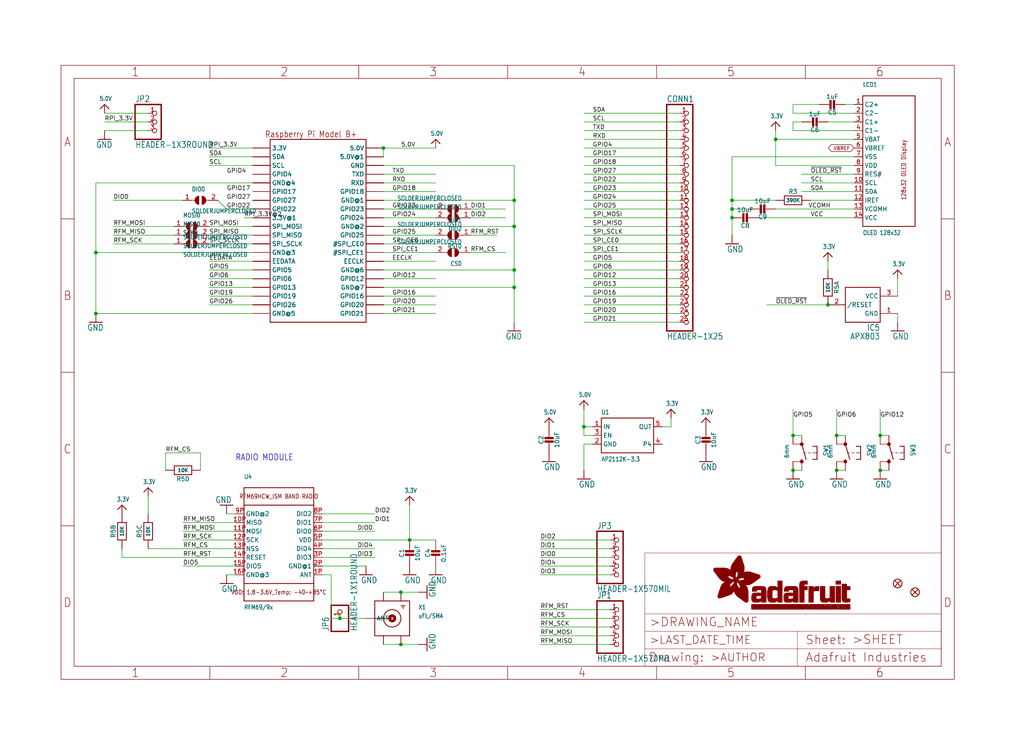
<source format=kicad_sch>
(kicad_sch (version 20211123) (generator eeschema)
  (paper "User" 298.45 217.881)
  (lib_symbols
    (symbol "eagleSchem-eagle-import:3.3V" (power)
      (property "Value" "3.3V" (at -1.524 1.016 0))
      (symbol "3.3V_1_0"
        (pin power_in line (at 0 -2.54 90) (length 2.54) (name "3.3V") (number "1"))
      )
    )
    (symbol "eagleSchem-eagle-import:5.0V" (power)
      (property "Value" "5.0V" (at -1.524 1.016 0))
      (symbol "5.0V_1_0"
        (pin power_in line (at 0 -2.54 90) (length 2.54) (name "5.0V") (number "1"))
      )
    )
    (symbol "eagleSchem-eagle-import:AXP083-SAG"
      (property "Reference" "IC" (at -5.08 -7.62 0))
      (property "Value" "AXP083-SAG" (at -5.08 -10.16 0))
      (symbol "AXP083-SAG_1_0"
        (pin power_in line (at -10.16 -2.54 0) (length 5.08) (name "GND") (number "1"))
        (pin output line (at 10.16 0 180) (length 5.08) (name "/RESET") (number "2"))
        (pin power_in line (at -10.16 2.54 0) (length 5.08) (name "VCC") (number "3"))
      )
    )
    (symbol "eagleSchem-eagle-import:CAP_CERAMIC0603_NO"
      (property "Reference" "C" (at -2.29 1.25 90))
      (property "Value" "CAP_CERAMIC0603_NO" (at 2.3 1.25 90))
      (symbol "CAP_CERAMIC0603_NO_1_0"
        (pin passive line (at 0 5.08 270) (length 2.54) (name "1") (number "1"))
        (pin passive line (at 0 -2.54 90) (length 2.54) (name "2") (number "2"))
      )
    )
    (symbol "eagleSchem-eagle-import:CAP_CERAMIC0805-NOOUTLINE"
      (property "Reference" "C" (at -2.29 1.25 90))
      (property "Value" "CAP_CERAMIC0805-NOOUTLINE" (at 2.3 1.25 90))
      (symbol "CAP_CERAMIC0805-NOOUTLINE_1_0"
        (pin passive line (at 0 5.08 270) (length 2.54) (name "1") (number "1"))
        (pin passive line (at 0 -2.54 90) (length 2.54) (name "2") (number "2"))
      )
    )
    (symbol "eagleSchem-eagle-import:DISP_OLED_UG-2832HSWEG02"
      (property "Reference" "LCD" (at -7.62 22.86 0))
      (property "Value" "DISP_OLED_UG-2832HSWEG02" (at -7.62 -20.32 0))
      (symbol "DISP_OLED_UG-2832HSWEG02_1_0"
        (text "128x32 OLED Display" (at 5.08 -10.16 900) (effects (font (size 1.27 1.0795)) (justify left bottom)))
        (pin bidirectional line (at -10.16 17.78 0) (length 2.54) (name "C2+") (number "1"))
        (pin bidirectional line (at -10.16 -5.08 0) (length 2.54) (name "SCL") (number "10"))
        (pin bidirectional line (at -10.16 -7.62 0) (length 2.54) (name "SDA") (number "11"))
        (pin bidirectional line (at -10.16 -10.16 0) (length 2.54) (name "IREF") (number "12"))
        (pin power_in line (at -10.16 -12.7 0) (length 2.54) (name "VCOMH") (number "13"))
        (pin power_in line (at -10.16 -15.24 0) (length 2.54) (name "VCC") (number "14"))
        (pin bidirectional line (at -10.16 15.24 0) (length 2.54) (name "C2-") (number "2"))
        (pin bidirectional line (at -10.16 12.7 0) (length 2.54) (name "C1+") (number "3"))
        (pin bidirectional line (at -10.16 10.16 0) (length 2.54) (name "C1-") (number "4"))
        (pin power_in line (at -10.16 7.62 0) (length 2.54) (name "VBAT") (number "5"))
        (pin power_in line (at -10.16 5.08 0) (length 2.54) (name "VBREF") (number "6"))
        (pin power_in line (at -10.16 2.54 0) (length 2.54) (name "VSS") (number "7"))
        (pin power_in line (at -10.16 0 0) (length 2.54) (name "VDD") (number "8"))
        (pin bidirectional line (at -10.16 -2.54 0) (length 2.54) (name "RES#") (number "9"))
      )
    )
    (symbol "eagleSchem-eagle-import:FIDUCIAL_1MM")
    (symbol "eagleSchem-eagle-import:FRAME_A4_ADAFRUIT"
      (symbol "FRAME_A4_ADAFRUIT_1_0"
        (text "1" (at 21.6958 1.905 0) (effects (font (size 2.54 2.286))))
        (text "1" (at 21.6958 177.165 0) (effects (font (size 2.54 2.286))))
        (text "2" (at 65.0875 1.905 0) (effects (font (size 2.54 2.286))))
        (text "2" (at 65.0875 177.165 0) (effects (font (size 2.54 2.286))))
        (text "3" (at 108.4792 1.905 0) (effects (font (size 2.54 2.286))))
        (text "3" (at 108.4792 177.165 0) (effects (font (size 2.54 2.286))))
        (text "4" (at 151.8708 1.905 0) (effects (font (size 2.54 2.286))))
        (text "4" (at 151.8708 177.165 0) (effects (font (size 2.54 2.286))))
        (text "5" (at 195.2625 1.905 0) (effects (font (size 2.54 2.286))))
        (text "5" (at 195.2625 177.165 0) (effects (font (size 2.54 2.286))))
        (text "6" (at 238.6542 1.905 0) (effects (font (size 2.54 2.286))))
        (text "6" (at 238.6542 177.165 0) (effects (font (size 2.54 2.286))))
        (text ">AUTHOR" (at 189.23 5.08 0) (effects (font (size 2.286 2.286)) (justify left bottom)))
        (text ">DRAWING_NAME" (at 171.45 15.24 0) (effects (font (size 2.54 2.54)) (justify left bottom)))
        (text ">LAST_DATE_TIME" (at 171.45 10.16 0) (effects (font (size 2.286 2.286)) (justify left bottom)))
        (text ">SHEET" (at 230.505 10.16 0) (effects (font (size 2.54 2.54)) (justify left bottom)))
        (text "A" (at 1.905 156.6863 0) (effects (font (size 2.54 2.286))))
        (text "A" (at 258.445 156.6863 0) (effects (font (size 2.54 2.286))))
        (text "Adafruit Industries" (at 216.916 4.953 0) (effects (font (size 2.54 2.54)) (justify left bottom)))
        (text "B" (at 1.905 111.9188 0) (effects (font (size 2.54 2.286))))
        (text "B" (at 258.445 111.9188 0) (effects (font (size 2.54 2.286))))
        (text "C" (at 1.905 67.1513 0) (effects (font (size 2.54 2.286))))
        (text "C" (at 258.445 67.1513 0) (effects (font (size 2.54 2.286))))
        (text "D" (at 1.905 22.3838 0) (effects (font (size 2.54 2.286))))
        (text "D" (at 258.445 22.3838 0) (effects (font (size 2.54 2.286))))
        (text "Drawing:" (at 171.196 4.953 0) (effects (font (size 2.54 2.54)) (justify left bottom)))
        (text "Sheet:" (at 216.916 10.033 0) (effects (font (size 2.54 2.54)) (justify left bottom)))
      )
    )
    (symbol "eagleSchem-eagle-import:GND" (power)
      (property "Value" "GND" (at -2.54 -2.54 0))
      (symbol "GND_1_0"
        (pin power_in line (at 0 2.54 270) (length 2.54) (name "GND") (number "1"))
      )
    )
    (symbol "eagleSchem-eagle-import:HEADER-1X1ROUND"
      (property "Reference" "JP" (at -6.35 3.175 0))
      (property "Value" "HEADER-1X1ROUND" (at -6.35 -5.08 0))
      (symbol "HEADER-1X1ROUND_1_0"
        (pin passive inverted (at -2.54 0 0) (length 2.54) (name "1") (number "1"))
      )
    )
    (symbol "eagleSchem-eagle-import:HEADER-1X25"
      (property "Reference" "CONN" (at -3.81 33.655 0))
      (property "Value" "HEADER-1X25" (at -3.81 -35.56 0))
      (symbol "HEADER-1X25_1_0"
        (pin passive inverted (at 0 30.48 0) (length 2.54) (name "1") (number "1"))
        (pin passive inverted (at 0 7.62 0) (length 2.54) (name "10") (number "10"))
        (pin passive inverted (at 0 5.08 0) (length 2.54) (name "11") (number "11"))
        (pin passive inverted (at 0 2.54 0) (length 2.54) (name "12") (number "12"))
        (pin passive inverted (at 0 0 0) (length 2.54) (name "13") (number "13"))
        (pin passive inverted (at 0 -2.54 0) (length 2.54) (name "14") (number "14"))
        (pin passive inverted (at 0 -5.08 0) (length 2.54) (name "15") (number "15"))
        (pin passive inverted (at 0 -7.62 0) (length 2.54) (name "16") (number "16"))
        (pin passive inverted (at 0 -10.16 0) (length 2.54) (name "17") (number "17"))
        (pin passive inverted (at 0 -12.7 0) (length 2.54) (name "18") (number "18"))
        (pin passive inverted (at 0 -15.24 0) (length 2.54) (name "19") (number "19"))
        (pin passive inverted (at 0 27.94 0) (length 2.54) (name "2") (number "2"))
        (pin passive inverted (at 0 -17.78 0) (length 2.54) (name "20") (number "20"))
        (pin passive inverted (at 0 -20.32 0) (length 2.54) (name "21") (number "21"))
        (pin passive inverted (at 0 -22.86 0) (length 2.54) (name "22") (number "22"))
        (pin passive inverted (at 0 -25.4 0) (length 2.54) (name "23") (number "23"))
        (pin passive inverted (at 0 -27.94 0) (length 2.54) (name "24") (number "24"))
        (pin passive inverted (at 0 -30.48 0) (length 2.54) (name "25") (number "25"))
        (pin passive inverted (at 0 25.4 0) (length 2.54) (name "3") (number "3"))
        (pin passive inverted (at 0 22.86 0) (length 2.54) (name "4") (number "4"))
        (pin passive inverted (at 0 20.32 0) (length 2.54) (name "5") (number "5"))
        (pin passive inverted (at 0 17.78 0) (length 2.54) (name "6") (number "6"))
        (pin passive inverted (at 0 15.24 0) (length 2.54) (name "7") (number "7"))
        (pin passive inverted (at 0 12.7 0) (length 2.54) (name "8") (number "8"))
        (pin passive inverted (at 0 10.16 0) (length 2.54) (name "9") (number "9"))
      )
    )
    (symbol "eagleSchem-eagle-import:HEADER-1X3ROUND"
      (property "Reference" "JP" (at -6.35 5.715 0))
      (property "Value" "HEADER-1X3ROUND" (at -6.35 -7.62 0))
      (symbol "HEADER-1X3ROUND_1_0"
        (pin passive inverted (at -2.54 2.54 0) (length 2.54) (name "1") (number "1"))
        (pin passive inverted (at -2.54 0 0) (length 2.54) (name "2") (number "2"))
        (pin passive inverted (at -2.54 -2.54 0) (length 2.54) (name "3") (number "3"))
      )
    )
    (symbol "eagleSchem-eagle-import:HEADER-1X570MIL"
      (property "Reference" "JP" (at -6.35 8.255 0))
      (property "Value" "HEADER-1X570MIL" (at -6.35 -10.16 0))
      (symbol "HEADER-1X570MIL_1_0"
        (pin passive inverted (at -2.54 5.08 0) (length 2.54) (name "1") (number "1"))
        (pin passive inverted (at -2.54 2.54 0) (length 2.54) (name "2") (number "2"))
        (pin passive inverted (at -2.54 0 0) (length 2.54) (name "3") (number "3"))
        (pin passive inverted (at -2.54 -2.54 0) (length 2.54) (name "4") (number "4"))
        (pin passive inverted (at -2.54 -5.08 0) (length 2.54) (name "5") (number "5"))
      )
    )
    (symbol "eagleSchem-eagle-import:RASPBERRYPI_BPLUS_BONNET_THMSMT"
      (symbol "RASPBERRYPI_BPLUS_BONNET_THMSMT_1_0"
        (text "Raspberry Pi Model B+" (at 12.7 25.4 0) (effects (font (size 1.778 1.5113)) (justify right top)))
        (pin power_in line (at -17.78 20.32 0) (length 5.08) (name "3.3V") (number "1"))
        (pin bidirectional line (at 20.32 10.16 180) (length 5.08) (name "RXD") (number "10"))
        (pin bidirectional line (at -17.78 7.62 0) (length 5.08) (name "GPIO17") (number "11"))
        (pin bidirectional line (at 20.32 7.62 180) (length 5.08) (name "GPIO18") (number "12"))
        (pin bidirectional line (at -17.78 5.08 0) (length 5.08) (name "GPIO27") (number "13"))
        (pin power_in line (at 20.32 5.08 180) (length 5.08) (name "GND@1") (number "14"))
        (pin bidirectional line (at -17.78 2.54 0) (length 5.08) (name "GPIO22") (number "15"))
        (pin bidirectional line (at 20.32 2.54 180) (length 5.08) (name "GPIO23") (number "16"))
        (pin power_in line (at -17.78 0 0) (length 5.08) (name "3.3V@1") (number "17"))
        (pin bidirectional line (at 20.32 0 180) (length 5.08) (name "GPIO24") (number "18"))
        (pin bidirectional line (at -17.78 -2.54 0) (length 5.08) (name "SPI_MOSI") (number "19"))
        (pin power_in line (at 20.32 20.32 180) (length 5.08) (name "5.0V") (number "2"))
        (pin power_in line (at 20.32 -2.54 180) (length 5.08) (name "GND@2") (number "20"))
        (pin bidirectional line (at -17.78 -5.08 0) (length 5.08) (name "SPI_MISO") (number "21"))
        (pin bidirectional line (at 20.32 -5.08 180) (length 5.08) (name "GPIO25") (number "22"))
        (pin bidirectional line (at -17.78 -7.62 0) (length 5.08) (name "SPI_SCLK") (number "23"))
        (pin bidirectional line (at 20.32 -7.62 180) (length 5.08) (name "#SPI_CE0") (number "24"))
        (pin power_in line (at -17.78 -10.16 0) (length 5.08) (name "GND@3") (number "25"))
        (pin bidirectional line (at 20.32 -10.16 180) (length 5.08) (name "#SPI_CE1") (number "26"))
        (pin bidirectional line (at -17.78 -12.7 0) (length 5.08) (name "EEDATA") (number "27"))
        (pin bidirectional line (at 20.32 -12.7 180) (length 5.08) (name "EECLK") (number "28"))
        (pin bidirectional line (at -17.78 -15.24 0) (length 5.08) (name "GPIO5") (number "29"))
        (pin bidirectional line (at -17.78 17.78 0) (length 5.08) (name "SDA") (number "3"))
        (pin power_in line (at 20.32 -15.24 180) (length 5.08) (name "GND@6") (number "30"))
        (pin bidirectional line (at -17.78 -17.78 0) (length 5.08) (name "GPIO6") (number "31"))
        (pin bidirectional line (at 20.32 -17.78 180) (length 5.08) (name "GPIO12") (number "32"))
        (pin bidirectional line (at -17.78 -20.32 0) (length 5.08) (name "GPIO13") (number "33"))
        (pin power_in line (at 20.32 -20.32 180) (length 5.08) (name "GND@7") (number "34"))
        (pin bidirectional line (at -17.78 -22.86 0) (length 5.08) (name "GPIO19") (number "35"))
        (pin bidirectional line (at 20.32 -22.86 180) (length 5.08) (name "GPIO16") (number "36"))
        (pin bidirectional line (at -17.78 -25.4 0) (length 5.08) (name "GPIO26") (number "37"))
        (pin bidirectional line (at 20.32 -25.4 180) (length 5.08) (name "GPIO20") (number "38"))
        (pin power_in line (at -17.78 -27.94 0) (length 5.08) (name "GND@5") (number "39"))
        (pin power_in line (at 20.32 17.78 180) (length 5.08) (name "5.0V@1") (number "4"))
        (pin bidirectional line (at 20.32 -27.94 180) (length 5.08) (name "GPIO21") (number "40"))
        (pin bidirectional line (at -17.78 15.24 0) (length 5.08) (name "SCL") (number "5"))
        (pin power_in line (at 20.32 15.24 180) (length 5.08) (name "GND") (number "6"))
        (pin bidirectional line (at -17.78 12.7 0) (length 5.08) (name "GPIO4") (number "7"))
        (pin bidirectional line (at 20.32 12.7 180) (length 5.08) (name "TXD") (number "8"))
        (pin power_in line (at -17.78 10.16 0) (length 5.08) (name "GND@4") (number "9"))
        (pin power_in line (at -17.78 20.32 0) (length 5.08) (name "3.3V") (number "S1"))
        (pin bidirectional line (at 20.32 10.16 180) (length 5.08) (name "RXD") (number "S10"))
        (pin bidirectional line (at -17.78 7.62 0) (length 5.08) (name "GPIO17") (number "S11"))
        (pin bidirectional line (at 20.32 7.62 180) (length 5.08) (name "GPIO18") (number "S12"))
        (pin bidirectional line (at -17.78 5.08 0) (length 5.08) (name "GPIO27") (number "S13"))
        (pin power_in line (at 20.32 5.08 180) (length 5.08) (name "GND@1") (number "S14"))
        (pin bidirectional line (at -17.78 2.54 0) (length 5.08) (name "GPIO22") (number "S15"))
        (pin bidirectional line (at 20.32 2.54 180) (length 5.08) (name "GPIO23") (number "S16"))
        (pin power_in line (at -17.78 0 0) (length 5.08) (name "3.3V@1") (number "S17"))
        (pin bidirectional line (at 20.32 0 180) (length 5.08) (name "GPIO24") (number "S18"))
        (pin bidirectional line (at -17.78 -2.54 0) (length 5.08) (name "SPI_MOSI") (number "S19"))
        (pin power_in line (at 20.32 20.32 180) (length 5.08) (name "5.0V") (number "S2"))
        (pin power_in line (at 20.32 -2.54 180) (length 5.08) (name "GND@2") (number "S20"))
        (pin bidirectional line (at -17.78 -5.08 0) (length 5.08) (name "SPI_MISO") (number "S21"))
        (pin bidirectional line (at 20.32 -5.08 180) (length 5.08) (name "GPIO25") (number "S22"))
        (pin bidirectional line (at -17.78 -7.62 0) (length 5.08) (name "SPI_SCLK") (number "S23"))
        (pin bidirectional line (at 20.32 -7.62 180) (length 5.08) (name "#SPI_CE0") (number "S24"))
        (pin power_in line (at -17.78 -10.16 0) (length 5.08) (name "GND@3") (number "S25"))
        (pin bidirectional line (at 20.32 -10.16 180) (length 5.08) (name "#SPI_CE1") (number "S26"))
        (pin bidirectional line (at -17.78 -12.7 0) (length 5.08) (name "EEDATA") (number "S27"))
        (pin bidirectional line (at 20.32 -12.7 180) (length 5.08) (name "EECLK") (number "S28"))
        (pin bidirectional line (at -17.78 -15.24 0) (length 5.08) (name "GPIO5") (number "S29"))
        (pin bidirectional line (at -17.78 17.78 0) (length 5.08) (name "SDA") (number "S3"))
        (pin power_in line (at 20.32 -15.24 180) (length 5.08) (name "GND@6") (number "S30"))
        (pin bidirectional line (at -17.78 -17.78 0) (length 5.08) (name "GPIO6") (number "S31"))
        (pin bidirectional line (at 20.32 -17.78 180) (length 5.08) (name "GPIO12") (number "S32"))
        (pin bidirectional line (at -17.78 -20.32 0) (length 5.08) (name "GPIO13") (number "S33"))
        (pin power_in line (at 20.32 -20.32 180) (length 5.08) (name "GND@7") (number "S34"))
        (pin bidirectional line (at -17.78 -22.86 0) (length 5.08) (name "GPIO19") (number "S35"))
        (pin bidirectional line (at 20.32 -22.86 180) (length 5.08) (name "GPIO16") (number "S36"))
        (pin bidirectional line (at -17.78 -25.4 0) (length 5.08) (name "GPIO26") (number "S37"))
        (pin bidirectional line (at 20.32 -25.4 180) (length 5.08) (name "GPIO20") (number "S38"))
        (pin power_in line (at -17.78 -27.94 0) (length 5.08) (name "GND@5") (number "S39"))
        (pin power_in line (at 20.32 17.78 180) (length 5.08) (name "5.0V@1") (number "S4"))
        (pin bidirectional line (at 20.32 -27.94 180) (length 5.08) (name "GPIO21") (number "S40"))
        (pin bidirectional line (at -17.78 15.24 0) (length 5.08) (name "SCL") (number "S5"))
        (pin power_in line (at 20.32 15.24 180) (length 5.08) (name "GND") (number "S6"))
        (pin bidirectional line (at -17.78 12.7 0) (length 5.08) (name "GPIO4") (number "S7"))
        (pin bidirectional line (at 20.32 12.7 180) (length 5.08) (name "TXD") (number "S8"))
        (pin power_in line (at -17.78 10.16 0) (length 5.08) (name "GND@4") (number "S9"))
      )
    )
    (symbol "eagleSchem-eagle-import:RESISTOR_0603_NOOUT"
      (property "Reference" "R" (at 0 2.54 0))
      (property "Value" "RESISTOR_0603_NOOUT" (at 0 0 0))
      (symbol "RESISTOR_0603_NOOUT_1_0"
        (pin passive line (at -5.08 0 0) (length 2.54) (name "1") (number "1"))
        (pin passive line (at 5.08 0 180) (length 2.54) (name "2") (number "2"))
      )
    )
    (symbol "eagleSchem-eagle-import:RESISTOR_4PACK"
      (property "Reference" "R" (at 0 2.54 0))
      (property "Value" "RESISTOR_4PACK" (at 0 0 0))
      (symbol "RESISTOR_4PACK_1_0"
        (pin passive line (at -5.08 0 0) (length 2.54) (name "1") (number "1"))
        (pin passive line (at 5.08 0 180) (length 2.54) (name "2") (number "8"))
      )
      (symbol "RESISTOR_4PACK_2_0"
        (pin passive line (at -5.08 0 0) (length 2.54) (name "1") (number "2"))
        (pin passive line (at 5.08 0 180) (length 2.54) (name "2") (number "7"))
      )
      (symbol "RESISTOR_4PACK_3_0"
        (pin passive line (at -5.08 0 0) (length 2.54) (name "1") (number "3"))
        (pin passive line (at 5.08 0 180) (length 2.54) (name "2") (number "6"))
      )
      (symbol "RESISTOR_4PACK_4_0"
        (pin passive line (at -5.08 0 0) (length 2.54) (name "1") (number "4"))
        (pin passive line (at 5.08 0 180) (length 2.54) (name "2") (number "5"))
      )
    )
    (symbol "eagleSchem-eagle-import:RFM69HCW_SMT"
      (property "Reference" "U" (at -10.16 17.78 0))
      (property "Value" "RFM69HCW_SMT" (at -10.16 -20.32 0))
      (symbol "RFM69HCW_SMT_1_0"
        (text "RFM69HCW_ISM BAND RADIO" (at 0 12.7 0) (effects (font (size 1.27 1.0795))))
        (text "VDD: 1.8-3.6V_Temp: -40~+85°C" (at 0 -15.24 0) (effects (font (size 1.27 1.0795))))
        (pin output line (at -12.7 5.08 0) (length 2.54) (name "MISO") (number "10P"))
        (pin input line (at -12.7 2.54 0) (length 2.54) (name "MOSI") (number "11P"))
        (pin input line (at -12.7 0 0) (length 2.54) (name "SCK") (number "12P"))
        (pin input line (at -12.7 -2.54 0) (length 2.54) (name "NSS") (number "13P"))
        (pin input line (at -12.7 -5.08 0) (length 2.54) (name "RESET") (number "14P"))
        (pin bidirectional line (at -12.7 -7.62 0) (length 2.54) (name "DIO5") (number "15P"))
        (pin power_in line (at -12.7 -10.16 0) (length 2.54) (name "GND@3") (number "16P"))
        (pin bidirectional line (at 12.7 -10.16 180) (length 2.54) (name "ANT") (number "1P"))
        (pin power_in line (at 12.7 -7.62 180) (length 2.54) (name "GND@1") (number "2P"))
        (pin bidirectional line (at 12.7 -5.08 180) (length 2.54) (name "DIO3") (number "3P"))
        (pin bidirectional line (at 12.7 -2.54 180) (length 2.54) (name "DIO4") (number "4P"))
        (pin power_in line (at 12.7 0 180) (length 2.54) (name "VDD") (number "5P"))
        (pin bidirectional line (at 12.7 2.54 180) (length 2.54) (name "DIO0") (number "6P"))
        (pin bidirectional line (at 12.7 5.08 180) (length 2.54) (name "DIO1") (number "7P"))
        (pin bidirectional line (at 12.7 7.62 180) (length 2.54) (name "DIO2") (number "8P"))
        (pin power_in line (at -12.7 7.62 0) (length 2.54) (name "GND@2") (number "9P"))
      )
    )
    (symbol "eagleSchem-eagle-import:SMACONNECTOR_EDGE_UFL"
      (property "Reference" "X" (at 7.62 2.54 0))
      (property "Value" "SMACONNECTOR_EDGE_UFL" (at 7.62 0 0))
      (symbol "SMACONNECTOR_EDGE_UFL_1_0"
        (pin power_in line (at -2.54 7.62 270) (length 2.54) (name "GND1") (number "GND@1"))
        (pin power_in line (at 2.54 7.62 270) (length 2.54) (name "GND2") (number "GND@2"))
        (pin power_in line (at -2.54 -7.62 90) (length 2.54) (name "GND3") (number "GND@3"))
        (pin power_in line (at 2.54 -7.62 90) (length 2.54) (name "GND4") (number "GND@4"))
        (pin bidirectional line (at -7.62 0 0) (length 2.54) (name "ANT") (number "P"))
      )
    )
    (symbol "eagleSchem-eagle-import:SOLDERJUMPERCLOSED"
      (property "Reference" "SJ" (at -2.54 2.54 0))
      (property "Value" "SOLDERJUMPERCLOSED" (at -2.54 -3.81 0))
      (symbol "SOLDERJUMPERCLOSED_1_0"
        (pin passive line (at -5.08 0 0) (length 2.54) (name "1") (number "1"))
        (pin passive line (at 5.08 0 180) (length 2.54) (name "2") (number "2"))
      )
    )
    (symbol "eagleSchem-eagle-import:SWITCH_TACT_SMT_EVQQ2_SMALL"
      (property "Reference" "SW" (at -2.54 6.35 0))
      (property "Value" "SWITCH_TACT_SMT_EVQQ2_SMALL" (at -2.54 -5.08 0))
      (symbol "SWITCH_TACT_SMT_EVQQ2_SMALL_1_0"
        (pin passive line (at -5.08 0 0) (length 2.54) (name "P") (number "A"))
        (pin passive line (at -5.08 -2.54 0) (length 2.54) (name "P1") (number "A'"))
        (pin passive line (at 5.08 0 180) (length 2.54) (name "S") (number "B"))
        (pin passive line (at 5.08 -2.54 180) (length 2.54) (name "S1") (number "B'"))
      )
    )
    (symbol "eagleSchem-eagle-import:VREG_SOT23-5"
      (property "Reference" "U" (at -7.62 6.096 0))
      (property "Value" "VREG_SOT23-5" (at -7.62 -7.62 0))
      (symbol "VREG_SOT23-5_1_0"
        (pin power_in line (at -10.16 2.54 0) (length 2.54) (name "IN") (number "1"))
        (pin power_in line (at -10.16 -2.54 0) (length 2.54) (name "GND") (number "2"))
        (pin input line (at -10.16 0 0) (length 2.54) (name "EN") (number "3"))
        (pin bidirectional line (at 10.16 -2.54 180) (length 2.54) (name "P4") (number "4"))
        (pin power_in line (at 10.16 2.54 180) (length 2.54) (name "OUT") (number "5"))
      )
    )
  )
  (junction (at 231.14 137.16))
  (junction (at 116.84 187.96))
  (junction (at 149.86 58.42))
  (junction (at 256.54 137.16))
  (junction (at 243.84 127))
  (junction (at 226.06 40.64))
  (junction (at 170.18 124.46))
  (junction (at 116.84 172.72))
  (junction (at 231.14 127))
  (junction (at 27.94 73.66))
  (junction (at 256.54 127))
  (junction (at 111.76 43.18))
  (junction (at 27.94 91.44))
  (junction (at 149.86 78.74))
  (junction (at 119.38 157.48))
  (junction (at 241.3 88.9))
  (junction (at 99.06 180.34))
  (junction (at 213.36 60.96))
  (junction (at 213.36 58.42))
  (junction (at 243.84 137.16))
  (junction (at 149.86 66.04))
  (junction (at 149.86 83.82))
  (junction (at 213.36 63.5))
  (wire (pts (xy 170.18 35.56) (xy 198.12 35.56)))
  (wire (pts (xy 170.18 73.66) (xy 198.12 73.66)))
  (wire (pts (xy 198.12 66.04) (xy 170.18 66.04)))
  (wire (pts (xy 246.38 137.16) (xy 243.84 137.16)))
  (wire (pts (xy 238.76 30.48) (xy 231.14 30.48)))
  (wire (pts (xy 137.16 73.66) (xy 147.32 73.66)))
  (wire (pts (xy 60.96 81.28) (xy 73.66 81.28)))
  (wire (pts (xy 243.84 127) (xy 243.84 119.38)))
  (wire (pts (xy 157.48 160.02) (xy 177.8 160.02)))
  (wire (pts (xy 195.58 124.46) (xy 195.58 121.92)))
  (wire (pts (xy 170.18 63.5) (xy 198.12 63.5)))
  (wire (pts (xy 93.98 160.02) (xy 109.22 160.02)))
  (wire (pts (xy 111.76 55.88) (xy 127 55.88)))
  (wire (pts (xy 68.58 167.64) (xy 66.04 167.64)))
  (wire (pts (xy 231.14 119.38) (xy 231.14 127)))
  (wire (pts (xy 68.58 165.1) (xy 53.34 165.1)))
  (wire (pts (xy 111.76 50.8) (xy 127 50.8)))
  (wire (pts (xy 73.66 43.18) (xy 60.96 43.18)))
  (wire (pts (xy 111.76 78.74) (xy 149.86 78.74)))
  (wire (pts (xy 177.8 157.48) (xy 157.48 157.48)))
  (wire (pts (xy 233.68 35.56) (xy 231.14 35.56)))
  (wire (pts (xy 213.36 63.5) (xy 213.36 68.58)))
  (wire (pts (xy 111.76 88.9) (xy 127 88.9)))
  (wire (pts (xy 111.76 43.18) (xy 127 43.18)))
  (wire (pts (xy 106.68 180.34) (xy 99.06 180.34)))
  (wire (pts (xy 73.66 76.2) (xy 60.96 76.2)))
  (wire (pts (xy 198.12 81.28) (xy 170.18 81.28)))
  (wire (pts (xy 198.12 38.1) (xy 170.18 38.1)))
  (wire (pts (xy 170.18 88.9) (xy 198.12 88.9)))
  (wire (pts (xy 261.62 91.44) (xy 261.62 93.98)))
  (wire (pts (xy 93.98 152.4) (xy 109.22 152.4)))
  (wire (pts (xy 170.18 127) (xy 170.18 124.46)))
  (wire (pts (xy 231.14 33.02) (xy 248.92 33.02)))
  (wire (pts (xy 119.38 157.48) (xy 119.38 147.32)))
  (wire (pts (xy 111.76 83.82) (xy 149.86 83.82)))
  (wire (pts (xy 137.16 68.58) (xy 144.78 68.58)))
  (wire (pts (xy 53.34 154.94) (xy 68.58 154.94)))
  (wire (pts (xy 259.08 127) (xy 256.54 127)))
  (wire (pts (xy 73.66 48.26) (xy 60.96 48.26)))
  (wire (pts (xy 50.8 71.12) (xy 33.02 71.12)))
  (wire (pts (xy 170.18 68.58) (xy 198.12 68.58)))
  (wire (pts (xy 60.96 78.74) (xy 73.66 78.74)))
  (wire (pts (xy 93.98 149.86) (xy 109.22 149.86)))
  (wire (pts (xy 172.72 127) (xy 170.18 127)))
  (wire (pts (xy 149.86 78.74) (xy 149.86 83.82)))
  (wire (pts (xy 111.76 91.44) (xy 127 91.44)))
  (wire (pts (xy 30.48 33.02) (xy 43.18 33.02)))
  (wire (pts (xy 149.86 58.42) (xy 149.86 66.04)))
  (wire (pts (xy 48.26 132.08) (xy 58.42 132.08)))
  (wire (pts (xy 177.8 167.64) (xy 157.48 167.64)))
  (wire (pts (xy 223.52 88.9) (xy 241.3 88.9)))
  (wire (pts (xy 149.86 48.26) (xy 149.86 58.42)))
  (wire (pts (xy 68.58 162.56) (xy 35.56 162.56)))
  (wire (pts (xy 157.48 180.34) (xy 177.8 180.34)))
  (wire (pts (xy 73.66 45.72) (xy 60.96 45.72)))
  (wire (pts (xy 231.14 137.16) (xy 233.68 137.16)))
  (wire (pts (xy 170.18 93.98) (xy 198.12 93.98)))
  (wire (pts (xy 27.94 73.66) (xy 27.94 53.34)))
  (wire (pts (xy 93.98 165.1) (xy 106.68 165.1)))
  (wire (pts (xy 198.12 43.18) (xy 170.18 43.18)))
  (wire (pts (xy 256.54 137.16) (xy 259.08 137.16)))
  (wire (pts (xy 149.86 83.82) (xy 149.86 93.98)))
  (wire (pts (xy 198.12 76.2) (xy 170.18 76.2)))
  (wire (pts (xy 43.18 38.1) (xy 30.48 38.1)))
  (wire (pts (xy 170.18 78.74) (xy 198.12 78.74)))
  (wire (pts (xy 177.8 162.56) (xy 157.48 162.56)))
  (wire (pts (xy 111.76 63.5) (xy 127 63.5)))
  (wire (pts (xy 198.12 55.88) (xy 170.18 55.88)))
  (wire (pts (xy 99.06 180.34) (xy 96.52 180.34)))
  (wire (pts (xy 248.92 45.72) (xy 213.36 45.72)))
  (wire (pts (xy 33.02 68.58) (xy 50.8 68.58)))
  (wire (pts (xy 43.18 160.02) (xy 68.58 160.02)))
  (wire (pts (xy 93.98 154.94) (xy 109.22 154.94)))
  (wire (pts (xy 111.76 71.12) (xy 127 71.12)))
  (wire (pts (xy 111.76 48.26) (xy 149.86 48.26)))
  (wire (pts (xy 58.42 132.08) (xy 58.42 137.16)))
  (wire (pts (xy 53.34 58.42) (xy 33.02 58.42)))
  (wire (pts (xy 68.58 152.4) (xy 53.34 152.4)))
  (wire (pts (xy 177.8 177.8) (xy 157.48 177.8)))
  (wire (pts (xy 30.48 35.56) (xy 43.18 35.56)))
  (wire (pts (xy 119.38 157.48) (xy 127 157.48)))
  (wire (pts (xy 226.06 40.64) (xy 226.06 48.26)))
  (wire (pts (xy 111.76 73.66) (xy 127 73.66)))
  (wire (pts (xy 248.92 55.88) (xy 233.68 55.88)))
  (wire (pts (xy 60.96 71.12) (xy 73.66 71.12)))
  (wire (pts (xy 213.36 45.72) (xy 213.36 58.42)))
  (wire (pts (xy 53.34 157.48) (xy 68.58 157.48)))
  (wire (pts (xy 198.12 33.02) (xy 170.18 33.02)))
  (wire (pts (xy 198.12 86.36) (xy 170.18 86.36)))
  (wire (pts (xy 111.76 60.96) (xy 127 60.96)))
  (wire (pts (xy 177.8 187.96) (xy 157.48 187.96)))
  (wire (pts (xy 111.76 66.04) (xy 149.86 66.04)))
  (wire (pts (xy 27.94 73.66) (xy 73.66 73.66)))
  (wire (pts (xy 172.72 124.46) (xy 170.18 124.46)))
  (wire (pts (xy 248.92 50.8) (xy 233.68 50.8)))
  (wire (pts (xy 27.94 73.66) (xy 27.94 91.44)))
  (wire (pts (xy 111.76 81.28) (xy 127 81.28)))
  (wire (pts (xy 157.48 165.1) (xy 177.8 165.1)))
  (wire (pts (xy 111.76 76.2) (xy 127 76.2)))
  (wire (pts (xy 170.18 124.46) (xy 170.18 119.38)))
  (wire (pts (xy 170.18 83.82) (xy 198.12 83.82)))
  (wire (pts (xy 111.76 172.72) (xy 116.84 172.72)))
  (wire (pts (xy 241.3 78.74) (xy 241.3 76.2)))
  (wire (pts (xy 218.44 60.96) (xy 213.36 60.96)))
  (wire (pts (xy 233.68 127) (xy 231.14 127)))
  (wire (pts (xy 170.18 58.42) (xy 198.12 58.42)))
  (wire (pts (xy 248.92 30.48) (xy 246.38 30.48)))
  (wire (pts (xy 170.18 53.34) (xy 198.12 53.34)))
  (wire (pts (xy 248.92 58.42) (xy 236.22 58.42)))
  (wire (pts (xy 127 53.34) (xy 111.76 53.34)))
  (wire (pts (xy 60.96 83.82) (xy 73.66 83.82)))
  (wire (pts (xy 48.26 137.16) (xy 48.26 132.08)))
  (wire (pts (xy 60.96 68.58) (xy 73.66 68.58)))
  (wire (pts (xy 96.52 180.34) (xy 96.52 167.64)))
  (wire (pts (xy 66.04 60.96) (xy 63.5 58.42)))
  (wire (pts (xy 68.58 149.86) (xy 66.04 149.86)))
  (wire (pts (xy 93.98 157.48) (xy 119.38 157.48)))
  (wire (pts (xy 116.84 172.72) (xy 121.92 172.72)))
  (wire (pts (xy 71.12 63.5) (xy 73.66 63.5)))
  (wire (pts (xy 111.76 58.42) (xy 149.86 58.42)))
  (wire (pts (xy 60.96 86.36) (xy 73.66 86.36)))
  (wire (pts (xy 111.76 187.96) (xy 116.84 187.96)))
  (wire (pts (xy 170.18 129.54) (xy 170.18 137.16)))
  (wire (pts (xy 231.14 35.56) (xy 231.14 38.1)))
  (wire (pts (xy 226.06 38.1) (xy 226.06 40.64)))
  (wire (pts (xy 170.18 40.64) (xy 198.12 40.64)))
  (wire (pts (xy 43.18 149.86) (xy 43.18 144.78)))
  (wire (pts (xy 248.92 40.64) (xy 226.06 40.64)))
  (wire (pts (xy 193.04 124.46) (xy 195.58 124.46)))
  (wire (pts (xy 116.84 187.96) (xy 121.92 187.96)))
  (wire (pts (xy 149.86 66.04) (xy 149.86 78.74)))
  (wire (pts (xy 198.12 91.44) (xy 170.18 91.44)))
  (wire (pts (xy 147.32 63.5) (xy 137.16 63.5)))
  (wire (pts (xy 111.76 68.58) (xy 127 68.58)))
  (wire (pts (xy 248.92 63.5) (xy 220.98 63.5)))
  (wire (pts (xy 170.18 45.72) (xy 198.12 45.72)))
  (wire (pts (xy 213.36 60.96) (xy 213.36 63.5)))
  (wire (pts (xy 111.76 45.72) (xy 111.76 43.18)))
  (wire (pts (xy 96.52 167.64) (xy 93.98 167.64)))
  (wire (pts (xy 157.48 185.42) (xy 177.8 185.42)))
  (wire (pts (xy 248.92 35.56) (xy 241.3 35.56)))
  (wire (pts (xy 198.12 50.8) (xy 170.18 50.8)))
  (wire (pts (xy 198.12 71.12) (xy 170.18 71.12)))
  (wire (pts (xy 172.72 129.54) (xy 170.18 129.54)))
  (wire (pts (xy 111.76 86.36) (xy 127 86.36)))
  (wire (pts (xy 256.54 127) (xy 256.54 119.38)))
  (wire (pts (xy 50.8 66.04) (xy 33.02 66.04)))
  (wire (pts (xy 213.36 58.42) (xy 213.36 60.96)))
  (wire (pts (xy 93.98 162.56) (xy 109.22 162.56)))
  (wire (pts (xy 60.96 66.04) (xy 73.66 66.04)))
  (wire (pts (xy 231.14 30.48) (xy 231.14 33.02)))
  (wire (pts (xy 261.62 86.36) (xy 261.62 81.28)))
  (wire (pts (xy 248.92 48.26) (xy 226.06 48.26)))
  (wire (pts (xy 170.18 48.26) (xy 198.12 48.26)))
  (wire (pts (xy 198.12 60.96) (xy 170.18 60.96)))
  (wire (pts (xy 27.94 53.34) (xy 73.66 53.34)))
  (wire (pts (xy 248.92 60.96) (xy 226.06 60.96)))
  (wire (pts (xy 73.66 60.96) (xy 66.04 60.96)))
  (wire (pts (xy 243.84 127) (xy 246.38 127)))
  (wire (pts (xy 248.92 53.34) (xy 233.68 53.34)))
  (wire (pts (xy 231.14 38.1) (xy 248.92 38.1)))
  (wire (pts (xy 35.56 162.56) (xy 35.56 160.02)))
  (wire (pts (xy 177.8 182.88) (xy 157.48 182.88)))
  (wire (pts (xy 137.16 60.96) (xy 147.32 60.96)))
  (wire (pts (xy 226.06 58.42) (xy 213.36 58.42)))
  (wire (pts (xy 73.66 91.44) (xy 27.94 91.44)))
  (wire (pts (xy 60.96 88.9) (xy 73.66 88.9)))
  (text "RADIO MODULE" (at 68.58 134.62 180) (effects (font (size 1.778 1.5113)) (justify left bottom)))
  (label "DIO4" (at 104.14 160.02 0) (effects (font (size 1.2446 1.2446))))
  (label "SCL" (at 172.72 35.56 0) (effects (font (size 1.2446 1.2446))))
  (label "RFM_SCK" (at 33.02 71.12 0) (effects (font (size 1.2446 1.2446))))
  (label "GPIO20" (at 172.72 91.44 0) (effects (font (size 1.2446 1.2446))))
  (label "SPI_CE1" (at 172.72 73.66 0) (effects (font (size 1.2446 1.2446))))
  (label "RFM_CS" (at 137.16 73.66 0) (effects (font (size 1.2446 1.2446))))
  (label "DIO1" (at 137.16 60.96 0) (effects (font (size 1.2446 1.2446))))
  (label "GPIO16" (at 114.3 86.36 0) (effects (font (size 1.2446 1.2446))))
  (label "GPIO22" (at 172.72 53.34 0) (effects (font (size 1.2446 1.2446))))
  (label "GPIO25" (at 172.72 60.96 0) (effects (font (size 1.2446 1.2446))))
  (label "DIO0" (at 157.48 162.56 0) (effects (font (size 1.2446 1.2446))))
  (label "SPI_MOSI" (at 172.72 63.5 0) (effects (font (size 1.2446 1.2446))))
  (label "TXD" (at 114.3 50.8 0) (effects (font (size 1.2446 1.2446))))
  (label "GPIO19" (at 60.96 86.36 0) (effects (font (size 1.2446 1.2446))))
  (label "SPI_CE0" (at 114.3 71.12 0) (effects (font (size 1.2446 1.2446))))
  (label "RFM_RST" (at 137.16 68.58 0) (effects (font (size 1.2446 1.2446))))
  (label "RFM_CS" (at 53.34 160.02 0) (effects (font (size 1.2446 1.2446))))
  (label "SCL" (at 60.96 48.26 0) (effects (font (size 1.2446 1.2446))))
  (label "RXD" (at 172.72 40.64 0) (effects (font (size 1.2446 1.2446))))
  (label "DIO3" (at 104.14 162.56 0) (effects (font (size 1.2446 1.2446))))
  (label "SPI_MOSI" (at 60.96 66.04 0) (effects (font (size 1.2446 1.2446))))
  (label "EECLK" (at 114.3 76.2 0) (effects (font (size 1.2446 1.2446))))
  (label "GPIO12" (at 256.54 121.92 0) (effects (font (size 1.2446 1.2446))))
  (label "GPIO5" (at 60.96 78.74 0) (effects (font (size 1.2446 1.2446))))
  (label "GPIO25" (at 114.3 68.58 0) (effects (font (size 1.2446 1.2446))))
  (label "DIO2" (at 137.16 63.5 0) (effects (font (size 1.2446 1.2446))))
  (label "GPIO23" (at 114.3 60.96 0) (effects (font (size 1.2446 1.2446))))
  (label "RFM_RST" (at 157.48 177.8 0) (effects (font (size 1.2446 1.2446))))
  (label "GPIO16" (at 172.72 86.36 0) (effects (font (size 1.2446 1.2446))))
  (label "DIO4" (at 157.48 165.1 0) (effects (font (size 1.2446 1.2446))))
  (label "GPIO6" (at 243.84 121.92 0) (effects (font (size 1.2446 1.2446))))
  (label "GPIO18" (at 172.72 48.26 0) (effects (font (size 1.2446 1.2446))))
  (label "GPIO21" (at 114.3 91.44 0) (effects (font (size 1.2446 1.2446))))
  (label "GPIO13" (at 60.96 83.82 0) (effects (font (size 1.2446 1.2446))))
  (label "GPIO19" (at 172.72 88.9 0) (effects (font (size 1.2446 1.2446))))
  (label "TXD" (at 172.72 38.1 0) (effects (font (size 1.2446 1.2446))))
  (label "SPI_MISO" (at 60.96 68.58 0) (effects (font (size 1.2446 1.2446))))
  (label "DIO1" (at 157.48 160.02 0) (effects (font (size 1.2446 1.2446))))
  (label "RFM_MISO" (at 53.34 152.4 0) (effects (font (size 1.2446 1.2446))))
  (label "DIO5" (at 53.34 165.1 0) (effects (font (size 1.2446 1.2446))))
  (label "RFM_MOSI" (at 53.34 154.94 0) (effects (font (size 1.2446 1.2446))))
  (label "GPIO4" (at 172.72 43.18 0) (effects (font (size 1.2446 1.2446))))
  (label "GPIO6" (at 172.72 78.74 0) (effects (font (size 1.2446 1.2446))))
  (label "GPIO12" (at 114.3 81.28 0) (effects (font (size 1.2446 1.2446))))
  (label "GPIO13" (at 172.72 83.82 0) (effects (font (size 1.2446 1.2446))))
  (label "SPI_CE0" (at 172.72 71.12 0) (effects (font (size 1.2446 1.2446))))
  (label "RFM_CS" (at 157.48 180.34 0) (effects (font (size 1.2446 1.2446))))
  (label "RFM_MISO" (at 33.02 68.58 0) (effects (font (size 1.2446 1.2446))))
  (label "RFM_RST" (at 53.34 162.56 0) (effects (font (size 1.2446 1.2446))))
  (label "DIO0" (at 33.02 58.42 0) (effects (font (size 1.2446 1.2446))))
  (label "SDA" (at 236.22 55.88 0) (effects (font (size 1.2446 1.2446))))
  (label "GPIO24" (at 172.72 58.42 0) (effects (font (size 1.2446 1.2446))))
  (label "RXD" (at 114.3 53.34 0) (effects (font (size 1.2446 1.2446))))
  (label "GPIO24" (at 114.3 63.5 0) (effects (font (size 1.2446 1.2446))))
  (label "SCL" (at 236.22 53.34 0) (effects (font (size 1.2446 1.2446))))
  (label "GPIO23" (at 172.72 55.88 0) (effects (font (size 1.2446 1.2446))))
  (label "VCC" (at 236.22 63.5 0) (effects (font (size 1.2446 1.2446))))
  (label "GPIO5" (at 231.14 121.92 0) (effects (font (size 1.2446 1.2446))))
  (label "GPIO6" (at 60.96 81.28 0) (effects (font (size 1.2446 1.2446))))
  (label "RFM_MISO" (at 157.48 187.96 0) (effects (font (size 1.2446 1.2446))))
  (label "GPIO21" (at 172.72 93.98 0) (effects (font (size 1.2446 1.2446))))
  (label "DIO2" (at 109.22 149.86 0) (effects (font (size 1.2446 1.2446))))
  (label "SDA" (at 60.96 45.72 0) (effects (font (size 1.2446 1.2446))))
  (label "GPIO4" (at 66.04 50.8 0) (effects (font (size 1.2446 1.2446))))
  (label "SPI_SCLK" (at 60.96 71.12 0) (effects (font (size 1.2446 1.2446))))
  (label "DIO2" (at 157.48 157.48 0) (effects (font (size 1.2446 1.2446))))
  (label "GPIO12" (at 172.72 81.28 0) (effects (font (size 1.2446 1.2446))))
  (label "5.0V" (at 116.84 43.18 0) (effects (font (size 1.2446 1.2446))))
  (label "GPIO27" (at 172.72 50.8 0) (effects (font (size 1.2446 1.2446))))
  (label "GPIO17" (at 66.04 55.88 0) (effects (font (size 1.2446 1.2446))))
  (label "GPIO22" (at 66.04 60.96 0) (effects (font (size 1.2446 1.2446))))
  (label "GPIO18" (at 114.3 55.88 0) (effects (font (size 1.2446 1.2446))))
  (label "RFM_MOSI" (at 33.02 66.04 0) (effects (font (size 1.2446 1.2446))))
  (label "RPI_3.3V" (at 30.48 35.56 0) (effects (font (size 1.2446 1.2446))))
  (label "RFM_SCK" (at 157.48 182.88 0) (effects (font (size 1.2446 1.2446))))
  (label "SPI_SCLK" (at 172.72 68.58 0) (effects (font (size 1.2446 1.2446))))
  (label "DIO3" (at 157.48 167.64 0) (effects (font (size 1.2446 1.2446))))
  (label "GPIO26" (at 60.96 88.9 0) (effects (font (size 1.2446 1.2446))))
  (label "~{OLED_RST}" (at 236.22 50.8 0) (effects (font (size 1.2446 1.2446))))
  (label "RPI_3.3V" (at 60.96 43.18 0) (effects (font (size 1.2446 1.2446))))
  (label "GPIO20" (at 114.3 88.9 0) (effects (font (size 1.2446 1.2446))))
  (label "EEDATA" (at 60.96 76.2 0) (effects (font (size 1.2446 1.2446))))
  (label "GPIO17" (at 172.72 45.72 0) (effects (font (size 1.2446 1.2446))))
  (label "RPI_3.3V@2" (at 71.12 63.5 0) (effects (font (size 1.2446 1.2446))))
  (label "DIO0" (at 104.14 154.94 0) (effects (font (size 1.2446 1.2446))))
  (label "SDA" (at 172.72 33.02 0) (effects (font (size 1.2446 1.2446))))
  (label "RFM_CS" (at 48.26 132.08 0) (effects (font (size 1.2446 1.2446))))
  (label "RFM_SCK" (at 53.34 157.48 0) (effects (font (size 1.2446 1.2446))))
  (label "SPI_CE1" (at 114.3 73.66 0) (effects (font (size 1.2446 1.2446))))
  (label "DIO1" (at 109.22 152.4 0) (effects (font (size 1.2446 1.2446))))
  (label "GPIO27" (at 66.04 58.42 0) (effects (font (size 1.2446 1.2446))))
  (label "GPIO5" (at 172.72 76.2 0) (effects (font (size 1.2446 1.2446))))
  (label "~{OLED_RST}" (at 226.06 88.9 0) (effects (font (size 1.2446 1.2446))))
  (label "VCOMH" (at 235.585 60.96 0) (effects (font (size 1.2446 1.2446))))
  (label "RFM_MOSI" (at 157.48 185.42 0) (effects (font (size 1.2446 1.2446))))
  (label "SPI_MISO" (at 172.72 66.04 0) (effects (font (size 1.2446 1.2446))))
  (global_label "VBREF" (shape bidirectional) (at 248.92 43.18 180) (effects (font (size 1.016 1.016))) (property "Intersheet References" "${INTERSHEET_REFS}" (effects hide)))
  (symbol (lib_id "eagleSchem-eagle-import:5.0V") (at 127 40.64 0) (unit 1)
    (property "Reference" "#U$14" (effects hide))
    (property "Value" "5.0V" (at 125.476 39.624 0) (effects (font (size 1.27 1.0795)) (justify left bottom)))
    (property "Footprint" "eagleSchem:" (effects hide))
  )
  (symbol (lib_id "eagleSchem-eagle-import:SOLDERJUMPERCLOSED") (at 132.08 68.58 180) (unit 1)
    (property "Reference" "RST0" (at 134.62 71.12 0) (effects (font (size 1.27 1.0795)) (justify left bottom)))
    (property "Value" "SOLDERJUMPERCLOSED" (at 134.62 64.77 0) (effects (font (size 1.27 1.0795)) (justify left bottom)))
    (property "Footprint" "eagleSchem:SOLDERJUMPER_CLOSEDWIRE" (effects hide))
  )
  (symbol (lib_id "eagleSchem-eagle-import:GND") (at 149.86 96.52 0) (unit 1)
    (property "Reference" "#GND2" (effects hide))
    (property "Value" "GND" (at 147.32 99.06 0) (effects (font (size 1.778 1.5113)) (justify left bottom)))
    (property "Footprint" "eagleSchem:" (effects hide))
  )
  (symbol (lib_id "eagleSchem-eagle-import:3.3V") (at 195.58 119.38 0) (unit 1)
    (property "Reference" "#U$3" (effects hide))
    (property "Value" "3.3V" (at 194.056 118.364 0) (effects (font (size 1.27 1.0795)) (justify left bottom)))
    (property "Footprint" "eagleSchem:" (effects hide))
  )
  (symbol (lib_id "eagleSchem-eagle-import:CAP_CERAMIC0805-NOOUTLINE") (at 218.44 63.5 90) (unit 1)
    (property "Reference" "C8" (at 217.19 65.79 90))
    (property "Value" "10uF" (at 217.19 61.2 90))
    (property "Footprint" "eagleSchem:0805-NO" (effects hide))
  )
  (symbol (lib_id "eagleSchem-eagle-import:GND") (at 243.84 139.7 0) (unit 1)
    (property "Reference" "#U$27" (effects hide))
    (property "Value" "GND" (at 242.316 142.24 0) (effects (font (size 1.778 1.5113)) (justify left bottom)))
    (property "Footprint" "eagleSchem:" (effects hide))
  )
  (symbol (lib_id "eagleSchem-eagle-import:CAP_CERAMIC0805-NOOUTLINE") (at 223.52 60.96 90) (unit 1)
    (property "Reference" "C9" (at 222.27 63.25 90))
    (property "Value" "10uF" (at 222.27 58.66 90))
    (property "Footprint" "eagleSchem:0805-NO" (effects hide))
  )
  (symbol (lib_id "eagleSchem-eagle-import:3.3V") (at 119.38 144.78 0) (unit 1)
    (property "Reference" "#U$5" (effects hide))
    (property "Value" "3.3V" (at 117.856 143.764 0) (effects (font (size 1.27 1.0795)) (justify left bottom)))
    (property "Footprint" "eagleSchem:" (effects hide))
  )
  (symbol (lib_id "eagleSchem-eagle-import:HEADER-1X570MIL") (at 180.34 182.88 0) (unit 1)
    (property "Reference" "JP1" (at 173.99 174.625 0) (effects (font (size 1.778 1.5113)) (justify left bottom)))
    (property "Value" "HEADER-1X570MIL" (at 173.99 193.04 0) (effects (font (size 1.778 1.5113)) (justify left bottom)))
    (property "Footprint" "eagleSchem:1X05_ROUND_70" (effects hide))
  )
  (symbol (lib_id "eagleSchem-eagle-import:5.0V") (at 170.18 116.84 0) (unit 1)
    (property "Reference" "#U$15" (effects hide))
    (property "Value" "5.0V" (at 168.656 115.824 0) (effects (font (size 1.27 1.0795)) (justify left bottom)))
    (property "Footprint" "eagleSchem:" (effects hide))
  )
  (symbol (lib_id "eagleSchem-eagle-import:AXP083-SAG") (at 251.46 88.9 0) (mirror y) (unit 1)
    (property "Reference" "IC5" (at 256.54 96.52 0) (effects (font (size 1.778 1.5113)) (justify left bottom)))
    (property "Value" "APX803" (at 256.54 99.06 0) (effects (font (size 1.778 1.5113)) (justify left bottom)))
    (property "Footprint" "eagleSchem:SOT23" (effects hide))
  )
  (symbol (lib_id "eagleSchem-eagle-import:RESISTOR_4PACK") (at 53.34 137.16 180) (unit 4)
    (property "Reference" "R5" (at 53.34 139.7 0))
    (property "Value" "10K" (at 53.34 137.16 0) (effects (font (size 1.016 1.016) bold)))
    (property "Footprint" "eagleSchem:RESPACK_4X0603" (effects hide))
  )
  (symbol (lib_id "eagleSchem-eagle-import:3.3V") (at 205.74 121.92 0) (unit 1)
    (property "Reference" "#U$18" (effects hide))
    (property "Value" "3.3V" (at 204.216 120.904 0) (effects (font (size 1.27 1.0795)) (justify left bottom)))
    (property "Footprint" "eagleSchem:" (effects hide))
  )
  (symbol (lib_id "eagleSchem-eagle-import:3.3V") (at 261.62 78.74 0) (unit 1)
    (property "Reference" "#U$31" (effects hide))
    (property "Value" "3.3V" (at 260.096 77.724 0) (effects (font (size 1.27 1.0795)) (justify left bottom)))
    (property "Footprint" "eagleSchem:" (effects hide))
  )
  (symbol (lib_id "eagleSchem-eagle-import:GND") (at 170.18 139.7 0) (unit 1)
    (property "Reference" "#U$8" (effects hide))
    (property "Value" "GND" (at 168.656 142.24 0) (effects (font (size 1.778 1.5113)) (justify left bottom)))
    (property "Footprint" "eagleSchem:" (effects hide))
  )
  (symbol (lib_id "eagleSchem-eagle-import:5.0V") (at 30.48 30.48 0) (unit 1)
    (property "Reference" "#U$21" (effects hide))
    (property "Value" "5.0V" (at 28.956 29.464 0) (effects (font (size 1.27 1.0795)) (justify left bottom)))
    (property "Footprint" "eagleSchem:" (effects hide))
  )
  (symbol (lib_id "eagleSchem-eagle-import:RESISTOR_4PACK") (at 241.3 83.82 270) (unit 1)
    (property "Reference" "R5" (at 243.84 83.82 0))
    (property "Value" "10K" (at 241.3 83.82 0) (effects (font (size 1.016 1.016) bold)))
    (property "Footprint" "eagleSchem:RESPACK_4X0603" (effects hide))
  )
  (symbol (lib_id "eagleSchem-eagle-import:RESISTOR_4PACK") (at 43.18 154.94 90) (unit 3)
    (property "Reference" "R5" (at 40.64 154.94 0))
    (property "Value" "10K" (at 43.18 154.94 0) (effects (font (size 1.016 1.016) bold)))
    (property "Footprint" "eagleSchem:RESPACK_4X0603" (effects hide))
  )
  (symbol (lib_id "eagleSchem-eagle-import:GND") (at 66.04 147.32 180) (unit 1)
    (property "Reference" "#U$9" (effects hide))
    (property "Value" "GND" (at 67.564 144.78 0) (effects (font (size 1.778 1.5113)) (justify left bottom)))
    (property "Footprint" "eagleSchem:" (effects hide))
  )
  (symbol (lib_id "eagleSchem-eagle-import:HEADER-1X1ROUND") (at 99.06 177.8 90) (unit 1)
    (property "Reference" "JP6" (at 95.885 184.15 0) (effects (font (size 1.778 1.5113)) (justify left bottom)))
    (property "Value" "HEADER-1X1ROUND" (at 104.14 184.15 0) (effects (font (size 1.778 1.5113)) (justify left bottom)))
    (property "Footprint" "eagleSchem:1X01_ROUND" (effects hide))
  )
  (symbol (lib_id "eagleSchem-eagle-import:GND") (at 27.94 93.98 0) (unit 1)
    (property "Reference" "#GND1" (effects hide))
    (property "Value" "GND" (at 25.4 96.52 0) (effects (font (size 1.778 1.5113)) (justify left bottom)))
    (property "Footprint" "eagleSchem:" (effects hide))
  )
  (symbol (lib_id "eagleSchem-eagle-import:GND") (at 213.36 71.12 0) (unit 1)
    (property "Reference" "#U$1" (effects hide))
    (property "Value" "GND" (at 211.836 73.66 0) (effects (font (size 1.778 1.5113)) (justify left bottom)))
    (property "Footprint" "eagleSchem:" (effects hide))
  )
  (symbol (lib_id "eagleSchem-eagle-import:SOLDERJUMPERCLOSED") (at 55.88 66.04 0) (unit 1)
    (property "Reference" "MOSI0" (at 53.34 63.5 0) (effects (font (size 1.27 1.0795)) (justify left bottom)))
    (property "Value" "SOLDERJUMPERCLOSED" (at 53.34 69.85 0) (effects (font (size 1.27 1.0795)) (justify left bottom)))
    (property "Footprint" "eagleSchem:SOLDERJUMPER_CLOSEDWIRE" (effects hide))
  )
  (symbol (lib_id "eagleSchem-eagle-import:HEADER-1X3ROUND") (at 45.72 35.56 0) (unit 1)
    (property "Reference" "JP2" (at 39.37 29.845 0) (effects (font (size 1.778 1.5113)) (justify left bottom)))
    (property "Value" "HEADER-1X3ROUND" (at 39.37 43.18 0) (effects (font (size 1.778 1.5113)) (justify left bottom)))
    (property "Footprint" "eagleSchem:1X03_ROUND" (effects hide))
  )
  (symbol (lib_id "eagleSchem-eagle-import:GND") (at 256.54 139.7 0) (unit 1)
    (property "Reference" "#U$28" (effects hide))
    (property "Value" "GND" (at 255.016 142.24 0) (effects (font (size 1.778 1.5113)) (justify left bottom)))
    (property "Footprint" "eagleSchem:" (effects hide))
  )
  (symbol (lib_id "eagleSchem-eagle-import:VREG_SOT23-5") (at 182.88 127 0) (unit 1)
    (property "Reference" "U1" (at 175.26 120.904 0) (effects (font (size 1.27 1.0795)) (justify left bottom)))
    (property "Value" "AP2112K-3.3" (at 175.26 134.62 0) (effects (font (size 1.27 1.0795)) (justify left bottom)))
    (property "Footprint" "eagleSchem:SOT23-5" (effects hide))
  )
  (symbol (lib_id "eagleSchem-eagle-import:3.3V") (at 35.56 147.32 0) (unit 1)
    (property "Reference" "#U$6" (effects hide))
    (property "Value" "3.3V" (at 34.036 146.304 0) (effects (font (size 1.27 1.0795)) (justify left bottom)))
    (property "Footprint" "eagleSchem:" (effects hide))
  )
  (symbol (lib_id "eagleSchem-eagle-import:SWITCH_TACT_SMT_EVQQ2_SMALL") (at 259.08 132.08 270) (unit 1)
    (property "Reference" "SW3" (at 265.43 129.54 0) (effects (font (size 1.27 1.0795)) (justify left bottom)))
    (property "Value" "6mm" (at 254 129.54 0) (effects (font (size 1.27 1.0795)) (justify left bottom)))
    (property "Footprint" "eagleSchem:EVQ-Q2_SMALLER" (effects hide))
  )
  (symbol (lib_id "eagleSchem-eagle-import:GND") (at 119.38 167.64 0) (unit 1)
    (property "Reference" "#U$10" (effects hide))
    (property "Value" "GND" (at 117.856 170.18 0) (effects (font (size 1.778 1.5113)) (justify left bottom)))
    (property "Footprint" "eagleSchem:" (effects hide))
  )
  (symbol (lib_id "eagleSchem-eagle-import:GND") (at 30.48 40.64 0) (unit 1)
    (property "Reference" "#GND3" (effects hide))
    (property "Value" "GND" (at 27.94 43.18 0) (effects (font (size 1.778 1.5113)) (justify left bottom)))
    (property "Footprint" "eagleSchem:" (effects hide))
  )
  (symbol (lib_id "eagleSchem-eagle-import:GND") (at 127 167.64 0) (unit 1)
    (property "Reference" "#U$20" (effects hide))
    (property "Value" "GND" (at 125.476 170.18 0) (effects (font (size 1.778 1.5113)) (justify left bottom)))
    (property "Footprint" "eagleSchem:" (effects hide))
  )
  (symbol (lib_id "eagleSchem-eagle-import:CAP_CERAMIC0805-NOOUTLINE") (at 205.74 129.54 0) (unit 1)
    (property "Reference" "C3" (at 203.45 128.29 90))
    (property "Value" "10uF" (at 208.04 128.29 90))
    (property "Footprint" "eagleSchem:0805-NO" (effects hide))
  )
  (symbol (lib_id "eagleSchem-eagle-import:SOLDERJUMPERCLOSED") (at 132.08 73.66 180) (unit 1)
    (property "Reference" "CS0" (at 134.62 76.2 0) (effects (font (size 1.27 1.0795)) (justify left bottom)))
    (property "Value" "SOLDERJUMPERCLOSED" (at 134.62 69.85 0) (effects (font (size 1.27 1.0795)) (justify left bottom)))
    (property "Footprint" "eagleSchem:SOLDERJUMPER_CLOSEDWIRE" (effects hide))
  )
  (symbol (lib_id "eagleSchem-eagle-import:GND") (at 124.46 187.96 90) (unit 1)
    (property "Reference" "#U$12" (effects hide))
    (property "Value" "GND" (at 127 189.484 0) (effects (font (size 1.778 1.5113)) (justify left bottom)))
    (property "Footprint" "eagleSchem:" (effects hide))
  )
  (symbol (lib_id "eagleSchem-eagle-import:SWITCH_TACT_SMT_EVQQ2_SMALL") (at 233.68 132.08 270) (unit 1)
    (property "Reference" "SW1" (at 240.03 129.54 0) (effects (font (size 1.27 1.0795)) (justify left bottom)))
    (property "Value" "6mm" (at 228.6 129.54 0) (effects (font (size 1.27 1.0795)) (justify left bottom)))
    (property "Footprint" "eagleSchem:EVQ-Q2_SMALLER" (effects hide))
  )
  (symbol (lib_id "eagleSchem-eagle-import:3.3V") (at 226.06 35.56 0) (unit 1)
    (property "Reference" "#U$23" (effects hide))
    (property "Value" "3.3V" (at 224.536 34.544 0) (effects (font (size 1.27 1.0795)) (justify left bottom)))
    (property "Footprint" "eagleSchem:" (effects hide))
  )
  (symbol (lib_id "eagleSchem-eagle-import:RESISTOR_0603_NOOUT") (at 231.14 58.42 0) (unit 1)
    (property "Reference" "R3" (at 231.14 55.88 0))
    (property "Value" "390K" (at 231.14 58.42 0) (effects (font (size 1.016 1.016) bold)))
    (property "Footprint" "eagleSchem:0603-NO" (effects hide))
  )
  (symbol (lib_id "eagleSchem-eagle-import:DISP_OLED_UG-2832HSWEG02") (at 259.08 48.26 0) (unit 1)
    (property "Reference" "LCD1" (at 251.46 25.4 0) (effects (font (size 1.27 1.0795)) (justify left bottom)))
    (property "Value" "OLED 128x32" (at 251.46 68.58 0) (effects (font (size 1.27 1.0795)) (justify left bottom)))
    (property "Footprint" "eagleSchem:UG-2832HSWEG02_WRAPUNDER" (effects hide))
  )
  (symbol (lib_id "eagleSchem-eagle-import:GND") (at 160.02 134.62 0) (unit 1)
    (property "Reference" "#U$17" (effects hide))
    (property "Value" "GND" (at 158.496 137.16 0) (effects (font (size 1.778 1.5113)) (justify left bottom)))
    (property "Footprint" "eagleSchem:" (effects hide))
  )
  (symbol (lib_id "eagleSchem-eagle-import:5.0V") (at 160.02 121.92 0) (unit 1)
    (property "Reference" "#U$16" (effects hide))
    (property "Value" "5.0V" (at 158.496 120.904 0) (effects (font (size 1.27 1.0795)) (justify left bottom)))
    (property "Footprint" "eagleSchem:" (effects hide))
  )
  (symbol (lib_id "eagleSchem-eagle-import:CAP_CERAMIC0603_NO") (at 127 162.56 0) (unit 1)
    (property "Reference" "C4" (at 124.71 161.31 90))
    (property "Value" "0.1uF" (at 129.3 161.31 90))
    (property "Footprint" "eagleSchem:0603-NO" (effects hide))
  )
  (symbol (lib_id "eagleSchem-eagle-import:RFM69HCW_SMT") (at 81.28 157.48 0) (unit 1)
    (property "Reference" "U4" (at 71.12 139.7 0) (effects (font (size 1.27 1.0795)) (justify left bottom)))
    (property "Value" "RFM69/9x" (at 71.12 177.8 0) (effects (font (size 1.27 1.0795)) (justify left bottom)))
    (property "Footprint" "eagleSchem:RFMHCW_SMT" (effects hide))
  )
  (symbol (lib_id "eagleSchem-eagle-import:SWITCH_TACT_SMT_EVQQ2_SMALL") (at 246.38 132.08 270) (unit 1)
    (property "Reference" "SW2" (at 252.73 129.54 0) (effects (font (size 1.27 1.0795)) (justify left bottom)))
    (property "Value" "6mm" (at 241.3 129.54 0) (effects (font (size 1.27 1.0795)) (justify left bottom)))
    (property "Footprint" "eagleSchem:EVQ-Q2_SMALLER" (effects hide))
  )
  (symbol (lib_id "eagleSchem-eagle-import:3.3V") (at 43.18 142.24 0) (unit 1)
    (property "Reference" "#U$4" (effects hide))
    (property "Value" "3.3V" (at 41.656 141.224 0) (effects (font (size 1.27 1.0795)) (justify left bottom)))
    (property "Footprint" "eagleSchem:" (effects hide))
  )
  (symbol (lib_id "eagleSchem-eagle-import:GND") (at 261.62 96.52 0) (unit 1)
    (property "Reference" "#U$24" (effects hide))
    (property "Value" "GND" (at 260.096 99.06 0) (effects (font (size 1.778 1.5113)) (justify left bottom)))
    (property "Footprint" "eagleSchem:" (effects hide))
  )
  (symbol (lib_id "eagleSchem-eagle-import:CAP_CERAMIC0603_NO") (at 243.84 30.48 90) (unit 1)
    (property "Reference" "C5" (at 242.59 32.77 90))
    (property "Value" "1uF" (at 242.59 28.18 90))
    (property "Footprint" "eagleSchem:0603-NO" (effects hide))
  )
  (symbol (lib_id "eagleSchem-eagle-import:CAP_CERAMIC0805-NOOUTLINE") (at 160.02 129.54 0) (unit 1)
    (property "Reference" "C2" (at 157.73 128.29 90))
    (property "Value" "10uF" (at 162.32 128.29 90))
    (property "Footprint" "eagleSchem:0805-NO" (effects hide))
  )
  (symbol (lib_id "eagleSchem-eagle-import:FIDUCIAL_1MM") (at 261.62 170.18 0) (unit 1)
    (property "Reference" "FID2" (effects hide))
    (property "Value" "FIDUCIAL_1MM" (effects hide))
    (property "Footprint" "eagleSchem:FIDUCIAL_1MM" (effects hide))
  )
  (symbol (lib_id "eagleSchem-eagle-import:HEADER-1X570MIL") (at 180.34 162.56 0) (unit 1)
    (property "Reference" "JP3" (at 173.99 154.305 0) (effects (font (size 1.778 1.5113)) (justify left bottom)))
    (property "Value" "HEADER-1X570MIL" (at 173.99 172.72 0) (effects (font (size 1.778 1.5113)) (justify left bottom)))
    (property "Footprint" "eagleSchem:1X05_ROUND_70" (effects hide))
  )
  (symbol (lib_id "eagleSchem-eagle-import:CAP_CERAMIC0805-NOOUTLINE") (at 119.38 162.56 0) (unit 1)
    (property "Reference" "C1" (at 117.09 161.31 90))
    (property "Value" "10uF" (at 121.68 161.31 90))
    (property "Footprint" "eagleSchem:0805-NO" (effects hide))
  )
  (symbol (lib_id "eagleSchem-eagle-import:CAP_CERAMIC0603_NO") (at 238.76 35.56 90) (unit 1)
    (property "Reference" "C6" (at 237.51 37.85 90))
    (property "Value" "1uF" (at 237.51 33.26 90))
    (property "Footprint" "eagleSchem:0603-NO" (effects hide))
  )
  (symbol (lib_id "eagleSchem-eagle-import:FIDUCIAL_1MM") (at 266.7 172.72 0) (unit 1)
    (property "Reference" "FID1" (effects hide))
    (property "Value" "FIDUCIAL_1MM" (effects hide))
    (property "Footprint" "eagleSchem:FIDUCIAL_1MM" (effects hide))
  )
  (symbol (lib_id "eagleSchem-eagle-import:SMACONNECTOR_EDGE_UFL") (at 114.3 180.34 0) (unit 1)
    (property "Reference" "X1" (at 121.92 177.8 0) (effects (font (size 1.27 1.0795)) (justify left bottom)))
    (property "Value" "uFL/SMA" (at 121.92 180.34 0) (effects (font (size 1.27 1.0795)) (justify left bottom)))
    (property "Footprint" "eagleSchem:SMA_EDGELAUNCH_UFL" (effects hide))
  )
  (symbol (lib_id "eagleSchem-eagle-import:RASPBERRYPI_BPLUS_BONNET_THMSMT") (at 91.44 63.5 0) (unit 1)
    (property "Reference" "RPI1" (effects hide))
    (property "Value" "RASPBERRYPI_BPLUS_BONNET_THMSMT" (effects hide))
    (property "Footprint" "eagleSchem:PI_BONNET_THMSMT" (effects hide))
  )
  (symbol (lib_id "eagleSchem-eagle-import:GND") (at 231.14 139.7 0) (unit 1)
    (property "Reference" "#U$26" (effects hide))
    (property "Value" "GND" (at 229.616 142.24 0) (effects (font (size 1.778 1.5113)) (justify left bottom)))
    (property "Footprint" "eagleSchem:" (effects hide))
  )
  (symbol (lib_id "eagleSchem-eagle-import:3.3V") (at 241.3 73.66 0) (unit 1)
    (property "Reference" "#U$25" (effects hide))
    (property "Value" "3.3V" (at 239.776 72.644 0) (effects (font (size 1.27 1.0795)) (justify left bottom)))
    (property "Footprint" "eagleSchem:" (effects hide))
  )
  (symbol (lib_id "eagleSchem-eagle-import:SOLDERJUMPERCLOSED") (at 58.42 58.42 0) (unit 1)
    (property "Reference" "DIO0" (at 55.88 55.88 0) (effects (font (size 1.27 1.0795)) (justify left bottom)))
    (property "Value" "SOLDERJUMPERCLOSED" (at 55.88 62.23 0) (effects (font (size 1.27 1.0795)) (justify left bottom)))
    (property "Footprint" "eagleSchem:SOLDERJUMPER_CLOSEDWIRE" (effects hide))
  )
  (symbol (lib_id "eagleSchem-eagle-import:GND") (at 66.04 170.18 0) (unit 1)
    (property "Reference" "#U$11" (effects hide))
    (property "Value" "GND" (at 64.516 172.72 0) (effects (font (size 1.778 1.5113)) (justify left bottom)))
    (property "Footprint" "eagleSchem:" (effects hide))
  )
  (symbol (lib_id "eagleSchem-eagle-import:GND") (at 106.68 167.64 0) (unit 1)
    (property "Reference" "#U$13" (effects hide))
    (property "Value" "GND" (at 105.156 170.18 0) (effects (font (size 1.778 1.5113)) (justify left bottom)))
    (property "Footprint" "eagleSchem:" (effects hide))
  )
  (symbol (lib_id "eagleSchem-eagle-import:SOLDERJUMPERCLOSED") (at 132.08 60.96 180) (unit 1)
    (property "Reference" "DIO1" (at 134.62 63.5 0) (effects (font (size 1.27 1.0795)) (justify left bottom)))
    (property "Value" "SOLDERJUMPERCLOSED" (at 134.62 57.15 0) (effects (font (size 1.27 1.0795)) (justify left bottom)))
    (property "Footprint" "eagleSchem:SOLDERJUMPER_CLOSEDWIRE" (effects hide))
  )
  (symbol (lib_id "eagleSchem-eagle-import:RESISTOR_4PACK") (at 35.56 154.94 90) (unit 2)
    (property "Reference" "R5" (at 33.02 154.94 0))
    (property "Value" "10K" (at 35.56 154.94 0) (effects (font (size 1.016 1.016) bold)))
    (property "Footprint" "eagleSchem:RESPACK_4X0603" (effects hide))
  )
  (symbol (lib_id "eagleSchem-eagle-import:HEADER-1X25") (at 198.12 63.5 0) (unit 1)
    (property "Reference" "CONN1" (at 194.31 29.845 0) (effects (font (size 1.778 1.5113)) (justify left bottom)))
    (property "Value" "HEADER-1X25" (at 194.31 99.06 0) (effects (font (size 1.778 1.5113)) (justify left bottom)))
    (property "Footprint" "eagleSchem:1X25_ROUND_70MIL" (effects hide))
  )
  (symbol (lib_id "eagleSchem-eagle-import:FRAME_A4_ADAFRUIT") (at 17.78 198.12 0) (unit 1)
    (property "Reference" "#U$7" (effects hide))
    (property "Value" "FRAME_A4_ADAFRUIT" (effects hide))
    (property "Footprint" "eagleSchem:" (effects hide))
  )
  (symbol (lib_id "eagleSchem-eagle-import:GND") (at 124.46 172.72 90) (unit 1)
    (property "Reference" "#U$2" (effects hide))
    (property "Value" "GND" (at 127 174.244 0) (effects (font (size 1.778 1.5113)) (justify left bottom)))
    (property "Footprint" "eagleSchem:" (effects hide))
  )
  (symbol (lib_id "eagleSchem-eagle-import:SOLDERJUMPERCLOSED") (at 55.88 68.58 0) (unit 1)
    (property "Reference" "MISO0" (at 53.34 66.04 0) (effects (font (size 1.27 1.0795)) (justify left bottom)))
    (property "Value" "SOLDERJUMPERCLOSED" (at 53.34 72.39 0) (effects (font (size 1.27 1.0795)) (justify left bottom)))
    (property "Footprint" "eagleSchem:SOLDERJUMPER_CLOSEDWIRE" (effects hide))
  )
  (symbol (lib_id "eagleSchem-eagle-import:SOLDERJUMPERCLOSED") (at 132.08 63.5 180) (unit 1)
    (property "Reference" "DIO2" (at 134.62 66.04 0) (effects (font (size 1.27 1.0795)) (justify left bottom)))
    (property "Value" "SOLDERJUMPERCLOSED" (at 134.62 59.69 0) (effects (font (size 1.27 1.0795)) (justify left bottom)))
    (property "Footprint" "eagleSchem:SOLDERJUMPER_CLOSEDWIRE" (effects hide))
  )
  (symbol (lib_id "eagleSchem-eagle-import:SOLDERJUMPERCLOSED") (at 55.88 71.12 0) (unit 1)
    (property "Reference" "SCK0" (at 53.34 68.58 0) (effects (font (size 1.27 1.0795)) (justify left bottom)))
    (property "Value" "SOLDERJUMPERCLOSED" (at 53.34 74.93 0) (effects (font (size 1.27 1.0795)) (justify left bottom)))
    (property "Footprint" "eagleSchem:SOLDERJUMPER_CLOSEDWIRE" (effects hide))
  )
  (symbol (lib_id "eagleSchem-eagle-import:GND") (at 205.74 134.62 0) (unit 1)
    (property "Reference" "#U$19" (effects hide))
    (property "Value" "GND" (at 204.216 137.16 0) (effects (font (size 1.778 1.5113)) (justify left bottom)))
    (property "Footprint" "eagleSchem:" (effects hide))
  )
)
</source>
